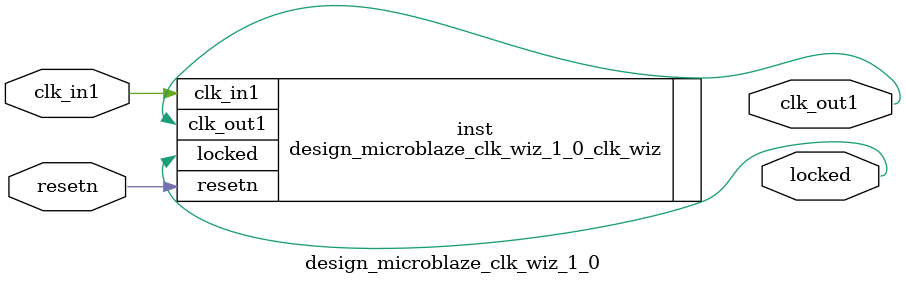
<source format=v>


`timescale 1ps/1ps

(* CORE_GENERATION_INFO = "design_microblaze_clk_wiz_1_0,clk_wiz_v6_0_13_0_0,{component_name=design_microblaze_clk_wiz_1_0,use_phase_alignment=true,use_min_o_jitter=false,use_max_i_jitter=false,use_dyn_phase_shift=false,use_inclk_switchover=false,use_dyn_reconfig=false,enable_axi=0,feedback_source=FDBK_AUTO,PRIMITIVE=MMCM,num_out_clk=1,clkin1_period=10.000,clkin2_period=10.000,use_power_down=false,use_reset=true,use_locked=true,use_inclk_stopped=false,feedback_type=SINGLE,CLOCK_MGR_TYPE=NA,manual_override=false}" *)

module design_microblaze_clk_wiz_1_0 
 (
  // Clock out ports
  output        clk_out1,
  // Status and control signals
  input         resetn,
  output        locked,
 // Clock in ports
  input         clk_in1
 );

  design_microblaze_clk_wiz_1_0_clk_wiz inst
  (
  // Clock out ports  
  .clk_out1(clk_out1),
  // Status and control signals               
  .resetn(resetn), 
  .locked(locked),
 // Clock in ports
  .clk_in1(clk_in1)
  );

endmodule

</source>
